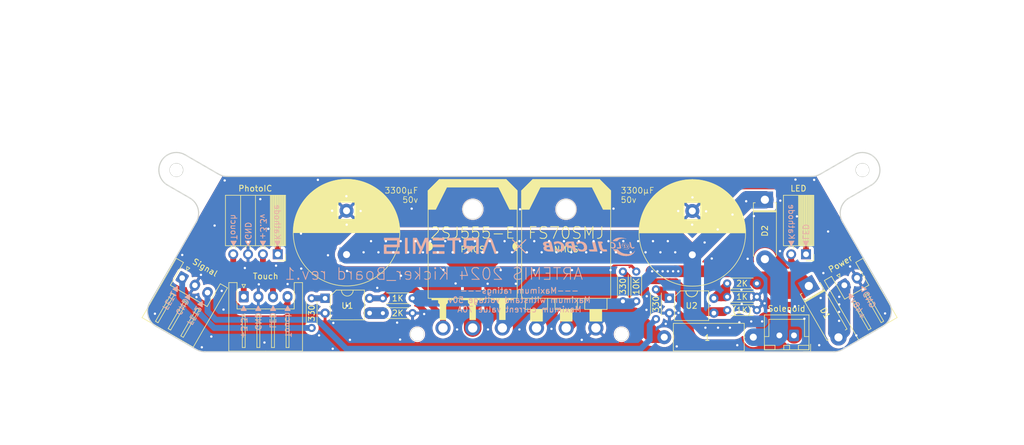
<source format=kicad_pcb>
(kicad_pcb (version 20221018) (generator pcbnew)
  (layers (0 "F.Cu" signal) (31 "B.Cu" signal) (34 "B.Paste" user) (35 "F.Paste" user) (36 "B.SilkS" user "B.Silkscreen") (37 "F.SilkS" user "F.Silkscreen") (38 "B.Mask" user) (39 "F.Mask" user) (44 "Edge.Cuts" user))
  (net 0 "")
  (net 1 "Solenoid+")
  (net 2 "GND")
  (net 3 "Solenoid-")
  (net 4 "+48V")
  (net 5 "FET1")
  (net 6 "FET2")
  (net 7 "Net-(Q1-G)")
  (net 8 "Net-(Q2-G)")
  (net 9 "Net-(R3-Pad2)")
  (net 10 "Net-(R5-Pad2)")
  (net 11 "+3.3V")
  (net 12 "LED")
  (net 13 "Touch")
  (net 14 "K")
  (net 15 "Net-(D1-A)")
  (net 16 "+15V")
  (net 17 "Net-(R4-Pad2)")
  (net 18 "Net-(R7-Pad1)")
  (net 19 "Net-(Q2-D)")
  (footprint "Connector_PinSocket_2.54mm:PinSocket_1x04_P2.54mm_Horizontal" (layer "F.Cu") (at 98.338 94.316 -90)
    (fp_text reference "PhotoIC")
    (fp_text value "Conn_01x04_Socket" hide)
  )
  (footprint "Connector_JST:JST_XH_S3B-XH-A_1x03_P2.50mm_Horizontal" (layer "F.Cu") (at 81.982937 98.378213 -30)
    (fp_text reference "Signal")
    (fp_text value "Conn_01x03_Socket" hide)
  )
  (footprint "_Others:FS70SMJ" (layer "F.Cu") (at 147.701 82.804)
    (fp_text reference "NMOS")
    (fp_text value "NMOS" hide)
    (fp_circle (center 0 3.81) (end -1.7 3.81) (stroke (width 0.12)) (fill none) (layer "Edge.Cuts"))
  )
  (footprint "Package_DIP:DIP-4_W7.62mm" (layer "F.Cu") (at 106.436 101.849)
    (fp_text reference "U1")
    (fp_text value "EL817" hide)
  )
  (footprint "MountingHole:MountingHole_2.2mm_M2" (layer "F.Cu") (at 122.2248 108.0008)
    (fp_text reference "REF**" hide)
    (fp_text value "MountingHole_2.2mm_M2" hide)
  )
  (footprint "MountingHole:MountingHole_3.2mm_M3" (layer "F.Cu") (at 131.7244 86.614)
    (fp_text reference "REF**" hide)
    (fp_text value "MountingHole_3.2mm_M3" hide)
  )
  (footprint "Resistor_THT:R_Axial_DIN0204_L3.6mm_D1.6mm_P5.08mm_Horizontal" (layer "F.Cu") (at 157.412 97.282 -90)
    (fp_text reference "330")
    (fp_text value "330" hide)
  )
  (footprint "Resistor_THT:R_Axial_DIN0204_L3.6mm_D1.6mm_P5.08mm_Horizontal" (layer "F.Cu") (at 180.34 103.886 180)
    (fp_text reference "(1K)")
    (fp_text value "1K" hide)
  )
  (footprint "Capacitor_THT:CP_Radial_D18.0mm_P7.50mm" (layer "F.Cu") (at 110.109 94.368 90)
    (fp_text reference "C2" hide)
    (fp_text value "C" hide)
  )
  (footprint "Resistor_THT:R_Axial_DIN0414_L11.9mm_D4.5mm_P15.24mm_Horizontal" (layer "F.Cu") (at 179.7304 108.5088 180)
    (fp_text reference "1")
    (fp_text value "1" hide)
  )
  (footprint "Resistor_THT:R_Axial_DIN0204_L3.6mm_D1.6mm_P5.08mm_Horizontal" (layer "F.Cu") (at 116.332 104.394)
    (fp_text reference "2K")
    (fp_text value "2K" hide)
  )
  (footprint "_Others:FS70SMJ" (layer "F.Cu") (at 131.699 82.804)
    (fp_text reference "PMOS")
    (fp_text value "PMOS" hide)
    (fp_circle (center 0 3.81) (end -1.7 3.81) (stroke (width 0.12)) (fill none) (layer "Edge.Cuts"))
  )
  (footprint "Resistor_THT:R_Axial_DIN0204_L3.6mm_D1.6mm_P5.08mm_Horizontal" (layer "F.Cu") (at 180.34 101.6 180)
    (fp_text reference "1K")
    (fp_text value "1K" hide)
  )
  (footprint "Package_DIP:DIP-4_W7.62mm" (layer "F.Cu") (at 165.364 101.849)
    (fp_text reference "U2")
    (fp_text value "EL817" hide)
  )
  (footprint "MountingHole:MountingHole_2.2mm_M2" (layer "F.Cu") (at 198.4248 79.9084)
    (fp_text reference "REF**" hide)
    (fp_text value "MountingHole_2.2mm_M2" hide)
  )
  (footprint "Capacitor_THT:CP_Radial_D18.0mm_P7.50mm" (layer "F.Cu") (at 169.291 94.40978 90)
    (fp_text reference "C1" hide)
    (fp_text value "C" hide)
  )
  (footprint "Resistor_THT:R_Axial_DIN0204_L3.6mm_D1.6mm_P5.08mm_Horizontal" (layer "F.Cu") (at 104.14 106.929 90)
    (fp_text reference "330")
    (fp_text value "330" hide)
  )
  (footprint "MountingHole:MountingHole_2.2mm_M2" (layer "F.Cu") (at 80.9752 79.9084)
    (fp_text reference "REF**" hide)
    (fp_text value "MountingHole_2.2mm_M2" hide)
  )
  (footprint "MountingHole:MountingHole_2.2mm_M2" (layer "F.Cu") (at 157.1752 108.0008)
    (fp_text reference "REF**" hide)
    (fp_text value "MountingHole_2.2mm_M2" hide)
  )
  (footprint "Resistor_THT:R_Axial_DIN0204_L3.6mm_D1.6mm_P5.08mm_Horizontal" (layer "F.Cu") (at 159.698 102.362 90)
    (fp_text reference "10K")
    (fp_text value "10K" hide)
  )
  (footprint "MountingHole:MountingHole_3.2mm_M3" (layer "F.Cu") (at 147.6756 86.614)
    (fp_text reference "REF**" hide)
    (fp_text value "MountingHole_3.2mm_M3" hide)
  )
  (footprint "Connector_JST:JST_XH_B2B-XH-A_1x02_P2.50mm_Vertical" (layer "F.Cu") (at 186.69 108.204 180)
    (fp_text reference "Solenoid")
    (fp_text value "Conn_01x02_Socket" hide)
  )
  (footprint "Diode_THT:D_5W_P10.16mm_Horizontal" (layer "F.Cu") (at 181.7116 84.9884 -90)
    (fp_text reference "D2")
    (fp_text value "D" hide)
  )
  (footprint "Resistor_THT:R_Axial_DIN0204_L3.6mm_D1.6mm_P5.08mm_Horizontal" (layer "F.Cu") (at 175.26 99.314)
    (fp_text reference "2K")
    (fp_text value "2K" hide)
  )
  (footprint "Diode_THT:D_5W_P10.16mm_Horizontal" (layer "F.Cu") (at 189.23 99.740591 -60)
    (fp_text reference "D1")
    (fp_text value "D" hide)
  )
  (footprint "Resistor_THT:R_Axial_DIN0204_L3.6mm_D1.6mm_P5.08mm_Horizontal" (layer "F.Cu") (at 163.068 105.41 90)
    (fp_text reference "330")
    (fp_text value "330" hide)
  )
  (footprint "Connector_PinSocket_2.54mm:PinSocket_1x02_P2.54mm_Horizontal" (layer "F.Cu") (at 188.752 94.316 -90)
    (fp_text reference "LED")
    (fp_text value "Conn_01x02_Socket" hide)
  )
  (footprint "Connector_JST:JST_XH_S2B-XH-A_1x02_P2.50mm_Horizontal" (layer "F.Cu") (at 195.312469 99.618213 30)
    (fp_text reference "Power")
    (fp_text value "Conn_01x02_Socket" hide)
  )
  (footprint "Resistor_THT:R_Axial_DIN0204_L3.6mm_D1.6mm_P5.08mm_Horizontal" (layer "F.Cu") (at 121.412 101.849 180)
    (fp_text reference "1K")
    (fp_text value "1K" hide)
  )
  (footprint "Connector_JST:JST_XH_S4B-XH-A_1x04_P2.50mm_Horizontal" (layer "F.Cu") (at 92.516 101.579)
    (fp_text reference "Touch")
    (fp_text value "Conn_01x04_Socket" hide)
  )
  (footprint "Artemis_Logo:Artemis_Logo" (layer "B.Cu") (at 127.5588 92.7608 180)
    (fp_text reference "G***" hide)
    (fp_text value "LOGO" hide)
  )
  (footprint "_Others:JLCPCB" (layer "B.Cu") (at 151.693034 93.086767 180)
    (fp_text reference "G***" hide)
    (fp_text value "LOGO" hide)
  )
  (gr_line (start 196.1049 84.694152) (end 199.908747 82.498) (stroke (width 0.2)) (layer "Edge.Cuts"))
  (gr_arc (start 195.037169 110.596077) (mid 194.313626 110.895778) (end 193.537169 110.998) (stroke (width 0.2)) (layer "Edge.Cuts"))
  (gr_circle (center 80.991253 79.899924) (end 79.891253 79.899924) (stroke (width 0.2)) (fill none) (layer "Edge.Cuts"))
  (gr_line (start 85.862831 110.998) (end 193.537169 110.998) (stroke (width 0.2)) (layer "Edge.Cuts"))
  (gr_circle (center 198.408747 79.899924) (end 197.308747 79.899924) (stroke (width 0.2)) (fill none) (layer "Edge.Cuts"))
  (gr_arc (start 83.295101 84.694152) (mid 84.692879 86.515772) (end 84.393177 88.792229) (stroke (width 0.2)) (layer "Edge.Cuts"))
  (gr_arc (start 85.862831 110.998) (mid 85.086371 110.895785) (end 84.362831 110.596077) (stroke (width 0.2)) (layer "Edge.Cuts"))
  (gr_arc (start 202.955753 102.560179) (mid 203.255454 104.836636) (end 201.857677 106.658255) (stroke (width 0.2)) (layer "Edge.Cuts"))
  (gr_arc (start 191.202976 80.596076) (mid 190.479433 80.895777) (end 189.702976 80.998) (stroke (width 0.2)) (layer "Edge.Cuts"))
  (gr_line (start 195.037169 110.596077) (end 201.857677 106.658255) (stroke (width 0.2)) (layer "Edge.Cuts"))
  (gr_arc (start 89.697024 80.998) (mid 88.920564 80.895783) (end 88.197024 80.596076) (stroke (width 0.2)) (layer "Edge.Cuts"))
  (gr_line (start 196.908747 77.301848) (end 191.202976 80.596076) (stroke (width 0.2)) (layer "Edge.Cuts"))
  (gr_line (start 189.702976 80.998) (end 89.697024 80.998) (stroke (width 0.2)) (layer "Edge.Cuts"))
  (gr_line (start 77.542323 106.658255) (end 84.362831 110.596077) (stroke (width 0.2)) (layer "Edge.Cuts"))
  (gr_arc (start 79.491253 82.498) (mid 78.393172 78.399919) (end 82.491253 77.301848) (stroke (width 0.2)) (layer "Edge.Cuts"))
  (gr_arc (start 77.542323 106.658255) (mid 76.144545 104.836636) (end 76.444247 102.560179) (stroke (width 0.2)) (layer "Edge.Cuts"))
  (gr_circle (center 157.2 107.998) (end 156.1 107.998) (stroke (width 0.2)) (fill none) (layer "Edge.Cuts"))
  (gr_arc (start 195.006823 88.792229) (mid 194.707122 86.515771) (end 196.1049 84.694152) (stroke (width 0.2)) (layer "Edge.Cuts"))
  (gr_line (start 88.197024 80.596076) (end 82.491253 77.301848) (stroke (width 0.2)) (layer "Edge.Cuts"))
  (gr_circle (center 122.2 107.998) (end 121.1 107.998) (stroke (width 0.2)) (fill none) (layer "Edge.Cuts"))
  (gr_line (start 202.955753 102.560179) (end 195.006823 88.792229) (stroke (width 0.2)) (layer "Edge.Cuts"))
  (gr_arc (start 196.908747 77.301848) (mid 201.006823 78.399924) (end 199.908747 82.498) (stroke (width 0.2)) (layer "Edge.Cuts"))
  (gr_line (start 79.491253 82.498) (end 83.295101 84.694152) (stroke (width 0.2)) (layer "Edge.Cuts"))
  (gr_line (start 84.393177 88.792229) (end 76.444247 102.560179) (stroke (width 0.2)) (layer "Edge.Cuts"))
  (gr_text "GND" (at 92.6592 91.948 270) (layer "B.SilkS") (effects (font (size 1 1)) (justify left bottom mirror)))
  (gr_text "LED" (at 96.8756 107.0864 -90) (layer "B.SilkS") (effects (font (size 1 1)) (justify left bottom mirror)))
  (gr_text "\n▶︎" (at 99.5172 104.2924 -90) (layer "B.SilkS") (effects (font (size 1 1)) (justify left bottom mirror)))
  (gr_text "Touch" (at 90.2208 91.8972 270) (layer "B.SilkS") (effects (font (size 1 1)) (justify left bottom mirror)))
  (gr_text "\n▶︎" (at 93.7768 91.7448 90) (layer "B.SilkS") (effects (font (size 1 1)) (justify left bottom mirror)))
  (gr_text "GND" (at 80.6704 104.394 -120) (layer "B.SilkS") (effects (font (size 1 1)) (justify left bottom mirror)))
  (gr_text "\n▶︎" (at 196.26909 102.2858 -60) (layer "B.SilkS") (effects (font (size 1 1)) (justify left bottom mirror)))
  (gr_text "FET1" (at 78.3844 103.4796 -120) (layer "B.SilkS") (effects (font (size 1 1)) (justify left bottom mirror)))
  (gr_text "\n▶︎" (at 84.4296 103.124 -120) (layer "B.SilkS") (effects (font (size 1 1)) (justify left bottom mirror)))
  (gr_text "+48v" (at 198.2216 105.7148 -60) (layer "B.SilkS") (effects (font (size 1 1)) (justify left bottom mirror)))
  (gr_text "ARTEMIS 2024 Kicker_Board rev.1" (at 150.7236 98.8568) (layer "B.SilkS") (effects (font (size 2 2)) (justify left bottom mirror)))
  (gr_text "\n▶︎" (at 82.2452 101.9048 -120) (layer "B.SilkS") (effects (font (size 1 1)) (justify left bottom mirror)))
  (gr_text "×" (at 142.24 94.996) (layer "B.SilkS") (effects (font (size 4 4) (thickness 0.18)) (justify left bottom mirror)))
  (gr_text "\n▶︎" (at 91.2876 91.7448 90) (layer "B.SilkS") (effects (font (size 1 1)) (justify left bottom mirror)))
  (gr_text "---Maximum ratings---\nMaximum withstand voltage 50v\nMaximum current value 70A" (at 139.7 104.3432) (layer "B.SilkS") (effects (font (size 1 1)) (justify bottom mirror)))
  (gr_text "+3.3v" (at 95.25 91.8972 270) (layer "B.SilkS") (effects (font (size 1 1)) (justify left bottom mirror)))
  (gr_text "FET2" (at 82.6008 106.0704 -120) (layer "B.SilkS") (effects (font (size 1 1)) (justify left bottom mirror)))
  (gr_text "Kathode" (at 185.674 91.8972 -90) (layer "B.SilkS") (effects (font (size 1 1)) (justify left bottom mirror)))
  (gr_text "\n▶︎" (at 198.4248 101.0412 -60) (layer "B.SilkS") (effects (font (size 1 1)) (justify left bottom mirror)))
  (gr_text "GND" (at 199.8472 103.7844 -60) (layer "B.SilkS") (effects (font (size 1 1)) (justify left bottom mirror)))
  (gr_text "\n▶︎" (at 186.7408 91.7448 90) (layer "B.SilkS") (effects (font (size 1 1)) (justify left bottom mirror)))
  (gr_text "Touch" (at 99.5172 108.6104 -90) (layer "B.SilkS") (effects (font (size 1 1)) (justify left bottom mirror)))
  (gr_text "\n▶︎" (at 189.23 91.7448 90) (layer "B.SilkS") (effects (font (size 1 1)) (justify left bottom mirror)))
  (gr_text "\n▶︎" (at 91.9988 104.2924 -90) (layer "B.SilkS") (effects (font (size 1 1)) (justify left bottom mirror)))
  (gr_text "+3.3v" (at 91.948 108.8644 -90) (layer "B.SilkS") (effects (font (size 1 1)) (justify left bottom mirror)))
  (gr_text "\n▶︎" (at 80.1624 100.5332 -120) (layer "B.SilkS") (effects (font (size 1 1)) (justify left bottom mirror)))
  (gr_text "\n▶︎" (at 97.028 104.2924 -90) (layer "B.SilkS") (effects (font (size 1 1)) (justify left bottom mirror)))
  (gr_text "LED" (at 188.1124 91.948 -90) (layer "B.SilkS") (effects (font (size 1 1)) (justify left bottom mirror)))
  (gr_text "\n▶︎" (at 94.488 104.2924 -90) (layer "B.SilkS") (effects (font (size 1 1)) (justify left bottom mirror)))
  (gr_text "\n▶︎" (at 98.806 91.7448 90) (layer "B.SilkS") (effects (font (size 1 1)) (justify left bottom mirror)))
  (gr_text "\n▶︎" (at 96.3168 91.7448 90) (layer "B.SilkS") (effects (font (size 1 1)) (justify left bottom mirror)))
  (gr_text "GND" (at 94.3864 107.442 -90) (layer "B.SilkS") (effects (font (size 1 1)) (justify left bottom mirror)))
  (gr_text "Kathode" (at 97.6884 91.948 270) (layer "B.SilkS") (effects (font (size 1 1)) (justify left bottom mirror)))
  (gr_text "3300μF\n50v" (at 156.972 85.598) (layer "F.SilkS") (effects (font (size 1 1) (thickness 0.12)) (justify left bottom)))
  (gr_text "3300μF\n50v" (at 122.428 85.598) (layer "F.SilkS") (effects (font (size 1 1) (thickness 0.12)) (justify right bottom)))
  (segment (start 146.939 91.694) (end 145.161 91.694) (width 3) (layer "F.Cu") (net 1))
  (segment (start 177.546 105.7656) (end 178.0032 105.7656) (width 2) (layer "F.Cu") (net 1))
  (segment (start 143.122 94.368) (end 145.662 94.368) (width 3) (layer "F.Cu") (net 1))
  (segment (start 177.3428 105.9688) (end 176.4226 106.889) (width 3) (layer "F.Cu") (net 1))
  (segment (start 162.941 91.694) (end 162.56 92.075) (width 3) (layer "F.Cu") (net 1))
  (segment (start 154.94 92.075) (end 154.559 91.694) (width 3) (layer "F.Cu") (net 1))
  (segment (start 131.699 91.694) (end 129.921 91.694) (width 3) (layer "F.Cu") (net 1))
  (segment (start 185.204823 105.604) (end 181.874692 105.604) (width 2.8) (layer "F.Cu") (net 1))
  (segment (start 125.342 94.368) (end 125.73 93.98) (width 3) (layer "F.Cu") (net 1))
  (segment (start 145.662 94.368) (end 148.202 94.368) (width 3) (layer "F.Cu") (net 1))
  (segment (start 158.362 94.368) (end 158.75 93.98) (width 3) (layer "F.Cu") (net 1))
  (segment (start 121.92 92.075) (end 121.539 91.694) (width 3) (layer "F.Cu") (net 1))
  (segment (start 141.859 91.694) (end 140.081 91.694) (width 3) (layer "F.Cu") (net 1))
  (segment (start 114.681 91.694) (end 114.3 92.075) (width 3) (layer "F.Cu") (net 1))
  (segment (start 126.619 91.694) (end 124.841 91.694) (width 3) (layer "F.Cu") (net 1))
  (segment (start 127.381 91.694) (end 127 92.075) (width 3) (layer "F.Cu") (net 1))
  (segment (start 157.099 91.694) (end 155.321 91.694) (width 3) (layer "F.Cu") (net 1))
  (segment (start 131.699 94.869) (end 130.81 93.98) (width 3) (layer "F.Cu") (net 1))
  (segment (start 116.84 92.075) (end 116.459 91.694) (width 3) (layer "F.Cu") (net 1))
  (segment (start 129.921 91.694) (end 129.54 92.075) (width 3) (layer "F.Cu") (net 1))
  (segment (start 123.19 93.98) (end 123.578 94.368) (width 3) (layer "F.Cu") (net 1))
  (segment (start 153.282 94.368) (end 155.822 94.368) (width 3) (layer "F.Cu") (net 1))
  (segment (start 116.459 91.694) (end 114.681 91.694) (width 3) (layer "F.Cu") (net 1))
  (segment (start 119.761 91.694) (end 119.38 92.075) (width 3) (layer "F.Cu") (net 1))
  (segment (start 155.822 94.368) (end 158.362 94.368) (width 3) (layer "F.Cu") (net 1))
  (segment (start 118.11 93.98) (end 118.498 94.368) (width 3) (layer "F.Cu") (net 1))
  (segment (start 127.882 94.368) (end 130.422 94.368) (width 3) (layer "F.Cu") (net 1))
  (segment (start 122.301 91.694) (end 121.92 92.075) (width 3) (layer "F.Cu") (net 1))
  (segment (start 166.624 91.694) (end 165.481 91.694) (width 3) (layer "F.Cu") (net 1))
  (segment (start 138.042 94.368) (end 140.582 94.368) (width 3) (layer "F.Cu") (net 1))
  (segment (start 110.109 94.368) (end 113.418 94.368) (width 3) (layer "F.Cu") (net 1))
  (segment (start 164.719 91.694) (end 162.941 91.694) (width 3) (layer "F.Cu") (net 1))
  (segment (start 165.1 92.075) (end 164.719 91.694) (width 3) (layer "F.Cu") (net 1))
  (segment (start 123.578 94.368) (end 125.342 94.368) (width 3) (layer "F.Cu") (net 1))
  (segment (start 139.7 92.075) (end 139.319 91.694) (width 3) (layer "F.Cu") (net 1))
  (segment (start 169.291 94.361) (end 166.624 91.694) (width 3) (layer "F.Cu") (net 1))
  (segment (start 121.539 91.694) (end 119.761 91.694) (width 3) (layer "F.Cu") (net 1))
  (segment (start 158.362 94.368) (end 160.902 94.368) (width 3) (layer "F.Cu") (net 1))
  (segment (start 145.161 91.694) (end 144.78 92.075) (width 3) (layer "F.Cu") (net 1))
  (segment (start 150.241 91.694) (end 149.86 92.075) (width 3) (layer "F.Cu") (net 1))
  (segment (start 154.559 91.694) (end 152.781 91.694) (width 3) (layer "F.Cu") (net 1))
  (segment (start 124.079 91.694) (end 122.301 91.694) (width 3) (layer "F.Cu") (net 1))
  (segment (start 137.541 91.694) (end 137.16 92.075) (width 3) (layer "F.Cu") (net 1))
  (segment (start 169.291 94.40978) (end 169.291 94.361) (width 3) (layer "F.Cu") (net 1))
  (segment (start 115.182 94.368) (end 118.498 94.368) (width 3) (layer "F.Cu") (net 1))
  (segment (start 157.48 92.075) (end 157.099 91.694) (width 3) (layer "F.Cu") (net 1))
  (segment (start 160.02 92.075) (end 159.639 91.694) (width 3) (layer "F.Cu") (net 1))
  (segment (start 135.502 94.368) (end 138.042 94.368) (width 3) (layer "F.Cu") (net 1))
  (segment (start 163.442 94.368) (end 165.982 94.368) (width 3) (layer "F.Cu") (net 1))
  (segment (start 181.7116 84.9884) (end 178.71238 84.9884) (width 3) (layer "F.Cu") (net 1))
  (segment (start 165.982 94.368) (end 169.24922 94.368) (width 3) (layer "F.Cu") (net 1))
  (segment (start 136.779 91.694) (end 135.001 91.694) (width 3) (layer "F.Cu") (net 1))
  (segment (start 131.699 98.171) (end 135.502 94.368) (width 3) (layer "F.Cu") (net 1))
  (segment (start 137.16 92.075) (end 136.779 91.694) (width 3) (layer "F.Cu") (net 1))
  (segment (start 144.78 92.075) (end 144.399 91.694) (width 3) (layer "F.Cu") (net 1))
  (segment (start 173.691 106.889) (end 171.532 106.889) (width 3) (layer "F.Cu") (net 1))
  (segment (start 140.582 94.368) (end 143.122 94.368) (width 3) (layer "F.Cu") (net 1))
  (segment (start 112.783 91.694) (end 110.109 94.368) (width 3) (layer "F.Cu") (net 1))
  (segment (start 152.4 92.075) (end 152.019 91.694) (width 3) (layer "F.Cu") (net 1))
  (segment (start 177.3428 105.9688) (end 177.546 105.7656) (width 2) (layer "F.Cu") (net 1))
  (segment (start 162.179 91.694) (end 160.401 91.694) (width 3) (layer "F.Cu") (net 1))
  (segment (start 181.874692 105.604) (end 181.356746 106.121946) (width 2.8) (layer "F.Cu") (net 1))
  (segment (start 134.239 91.694) (end 132.461 91.694) (width 3) (layer "F.Cu") (net 1))
  (segment (start 149.479 91.694) (end 147.701 91.694) (width 3) (layer "F.Cu") (net 1))
  (segment (start 128.27 94.8182) (end 128.27 93.98) (width 3) (layer "F.Cu") (net 1))
  (segment (start 142.621 91.694) (end 142.24 92.075) (width 3) (layer "F.Cu") (net 1))
  (segment (start 144.399 91.694) (end 142.621 91.694) (width 3) (layer "F.Cu") (net 1))
  (segment (start 139.319 91.694) (end 137.541 91.694) (width 3) (layer "F.Cu") (net 1))
  (segment (start 131.699 98.2472) (end 128.27 94.8182) (width 3) (layer "F.Cu") (net 1))
  (segment (start 138.042 94.368) (end 138.43 93.98) (width 3) (layer "F.Cu") (net 1))
  (segment (start 117.221 91.694) (end 116.84 92.075) (width 3) (layer "F.Cu") (net 1))
  (segment (start 178.0032 105.7656) (end 178.0464 105.8088) (width 2) (layer "F.Cu") (net 1))
  (segment (start 132.962 94.368) (end 133.35 93.98) (width 3) (layer "F.Cu") (net 1))
  (segment (start 143.122 94.368) (end 143.51 93.98) (width 3) (layer "F.Cu") (net 1))
  (segment (start 130.422 94.368) (end 130.81 93.98) (width 3) (layer "F.Cu") (net 1))
  (segment (start 115.182 94.368) (end 115.57 93.98) (width 3) (layer "F.Cu") (net 1))
  (segment (start 162.56 92.075) (end 162.179 91.694) (width 3) (layer "F.Cu") (net 1))
  (segment (start 113.418 94.368) (end 115.182 94.368) (width 3) (layer "F.Cu") (net 1))
  (segment (start 129.159 91.694) (end 127.381 91.694) (width 3) (layer "F.Cu") (net 1))
  (segment (start 147.701 91.694) (end 147.32 92.075) (width 3) (layer "F.Cu") (net 1))
  (segment (start 150.742 94.368) (end 151.13 93.98) (width 3) (layer "F.Cu") (net 1))
  (segment (start 132.08 92.075) (end 131.699 91.694) (width 3) (layer "F.Cu") (net 1))
  (segment (start 178.0464 105.8088) (end 181.243624 105.8088) (width 2) (layer "F.Cu") (net 1))
  (segment (start 132.461 91.694) (end 132.08 92.075) (width 3) (layer "F.Cu") (net 1))
  (segment (start 169.24922 94.368) (end 169.291 94.40978) (width 3) (layer "F.Cu") (net 1))
  (segment (start 135.001 91.694) (end 134.62 92.075) (width 3) (layer "F.Cu") (net 1))
  (segment (start 186.69 108.204) (end 186.69 107.089177) (width 2.8) (layer "F.Cu") (net 1))
  (segment (start 134.62 92.075) (end 134.239 91.694) (width 3) (layer "F.Cu") (net 1))
  (segment (start 127 92.075) (end 126.619 91.694) (width 3) (layer "F.Cu") (net 1))
  (segment (start 118.498 94.368) (end 120.262 94.368) (width 3) (layer "F.Cu") (net 1))
  (segment (start 165.481 91.694) (end 165.1 92.075) (width 3) (layer "F.Cu") (net 1))
  (segment (start 148.202 94.368) (end 150.742 94.368) (width 3) (layer "F.Cu") (net 1))
  (segment (start 152.019 91.694) (end 150.241 91.694) (width 3) (layer "F.Cu") (net 1))
  (segment (start 120.262 94.368) (end 123.578 94.368) (width 3) (layer "F.Cu") (net 1))
  (segment (start 131.699 98.2472) (end 131.699 94.869) (width 3) (layer "F.Cu") (net 1))
  (segment (start 140.081 91.694) (end 139.7 92.075) (width 3) (layer "F.Cu") (net 1))
  (segment (start 160.902 94.368) (end 163.442 94.368) (width 3) (layer "F.Cu") (net 1))
  (segment (start 135.502 94.368) (end 135.89 93.98) (width 3) (layer "F.Cu") (net 1))
  (segment (start 113.03 93.98) (end 113.418 94.368) (width 3) (layer "F.Cu") (net 1))
  (segment (start 155.321 91.694) (end 154.94 92.075) (width 3) (layer "F.Cu") (net 1))
  (segment (start 186.69 107.089177) (end 185.204823 105.604) (width 2.8) (layer "F.Cu") (net 1))
  (segment (start 178.71238 84.9884) (end 169.291 94.40978) (width 3) (layer "F.Cu") (net 1))
  (segment (start 160.902 94.368) (end 161.29 93.98) (width 3) (layer "F.Cu") (net 1))
  (segment (start 132.962 94.368) (end 135.502 94.368) (width 3) (layer "F.Cu") (net 1))
  (segment (start 124.841 91.694) (end 124.46 92.075) (width 3) (layer "F.Cu") (net 1))
  (segment (start 140.582 94.368) (end 140.97 93.98) (width 3) (layer "F.Cu") (net 1))
  (segment (start 166.624 91.694) (end 112.783 91.694) (width 3) (layer "F.Cu") (net 1))
  (segment (start 153.282 94.368) (end 153.67 93.98) (width 3) (layer "F.Cu") (net 1))
  (segment (start 119.38 92.075) (end 118.999 91.694) (width 3) (layer "F.Cu") (net 1))
  (segment (start 125.342 94.368) (end 127.882 94.368) (width 3) (layer "F.Cu") (net 1))
  (segment (start 148.202 94.368) (end 148.59 93.98) (width 3) (layer "F.Cu") (net 1))
  (segment (start 163.442 94.368) (end 163.83 93.98) (width 3) (layer "F.Cu") (net 1))
  (segment (start 157.861 91.694) (end 157.48 92.075) (width 3) (layer "F.Cu") (net 1))
  (segment (start 124.46 92.075) (end 124.079 91.694) (width 3) (layer "F.Cu") (net 1))
  (segment (start 142.24 92.075) (end 141.859 91.694) (width 3) (layer "F.Cu") (net 1))
  (segment (start 159.639 91.694) (end 157.861 91.694) (width 3) (layer "F.Cu") (net 1))
  (segment (start 155.822 94.368) (end 156.21 93.98) (width 3) (layer "F.Cu") (net 1))
  (segment (start 130.422 94.368) (end 132.962 94.368) (width 3) (layer "F.Cu") (net 1))
  (segment (start 175.723 106.889) (end 173.691 106.889) (width 3) (layer "F.Cu") (net 1))
  (segment (start 150.742 94.368) (end 153.282 94.368) (width 3) (layer "F.Cu") (net 1))
  (segment (start 176.4226 106.889) (end 175.723 106.889) (width 3) (layer "F.Cu") (net 1))
  (segment (start 127.882 94.368) (end 128.27 93.98) (width 3) (layer "F.Cu") (net 1))
  (segment (start 160.401 91.694) (end 160.02 92.075) (width 3) (layer "F.Cu") (net 1))
  (segment (start 152.781 91.694) (end 152.4 92.075) (width 3) (layer "F.Cu") (net 1))
  (segment (start 118.999 91.694) (end 117.221 91.694) (width 3) (layer "F.Cu") (net 1))
  (segment (start 131.699 106.934) (end 131.699 98.171) (width 3) (layer "F.Cu") (net 1))
  (segment (start 145.662 94.368) (end 146.05 93.98) (width 3) (layer "F.Cu") (net 1))
  (segment (start 129.54 92.075) (end 129.159 91.694) (width 3) (layer "F.Cu") (net 1))
  (segment (start 120.262 94.368) (end 120.65 93.98) (width 3) (layer "F.Cu") (net 1))
  (segment (start 165.982 94.368) (end 166.37 93.98) (width 3) (layer "F.Cu") (net 1))
  (segment (start 131.699 106.934) (end 131.699 98.2472) (width 3) (layer "F.Cu") (net 1))
  (segment (start 149.86 92.075) (end 149.479 91.694) (width 3) (layer "F.Cu") (net 1))
  (segment (start 147.32 92.075) (end 146.939 91.694) (width 3) (layer "F.Cu") (net 1))
  (via (at 178.5112 85.2424) (size 0.8) (drill 0.4) (layers "F.Cu" "B.Cu") (net 1))
  (via (at 156.21 93.98) (size 0.8) (drill 0.4) (layers "F.Cu" "B.Cu") (net 1))
  (via (at 114.3 92.075) (size 0.8) (drill 0.4) (layers "F.Cu" "B.Cu") (net 1))
  (via (at 144.78 92.075) (size 0.8) (drill 0.4) (layers "F.Cu" "B.Cu") (net 1))
  (via (at 125.73 93.98) (size 0.8) (drill 0.4) (layers "F.Cu" "B.Cu") (net 1))
  (via (at 133.35 93.98) (size 0.8) (drill 0.4) (layers "F.Cu" "B.Cu") (net 1))
  (via (at 138.43 93.98) (size 0.8) (drill 0.4) (layers "F.Cu" "B.Cu") (net 1))
  (via (at 176.17238 87.5284) (size 0.8) (drill 0.4) (layers "F.Cu" "B.Cu") (net 1))
  (via (at 137.16 92.075) (size 0.8) (drill 0.4) (layers "F.Cu" "B.Cu") (net 1))
  (via (at 163.83 93.98) (size 0.8) (drill 0.4) (layers "F.Cu" "B.Cu") (net 1))
  (via (at 120.65 93.98) (size 0.8) (drill 0.4) (layers "F.Cu" "B.Cu") (net 1))
  (via (at 127 92.075) (size 0.8) (drill 0.4) (layers "F.Cu" "B.Cu") (net 1))
  (via (at 157.48 92.075) (size 0.8) (drill 0.4) (layers "F.Cu" "B.Cu") (net 1))
  (via (at 148.59 93.98) (size 0.8) (drill 0.4) (layers "F.Cu" "B.Cu") (net 1))
  (via (at 119.38 92.075) (size 0.8) (drill 0.4) (layers "F.Cu" "B.Cu") (net 1))
  (via (at 132.08 92.075) (size 0.8) (drill 0.4) (layers "F.Cu" "B.Cu") (net 1))
  (via (at 173.691 106.889) (size 0.8) (drill 0.4) (layers "F.Cu" "B.Cu") (net 1))
  (via (at 113.03 93.98) (size 0.8) (drill 0.4) (layers "F.Cu" "B.Cu") (net 1))
  (via (at 154.94 92.075) (size 0.8) (drill 0.4) (layers "F.Cu" "B.Cu") (net 1))
  (via (at 123.19 93.98) (size 0.8) (drill 0.4) (layers "F.Cu" "B.Cu") (net 1))
  (via (at 130.81 93.98) (size 0.8) (drill 0.4) (layers "F.Cu" "B.Cu") (net 1))
  (via (at 149.86 92.075) (size 0.8) (drill 0.4) (layers "F.Cu" "B.Cu") (net 1))
  (via (at 175.723 106.889) (size 0.8) (drill 0.4) (layers "F.Cu" "B.Cu") (net 1))
  (via (at 146.05 93.98) (size 0.8) (drill 0.4) (layers "F.Cu" "B.Cu") (net 1))
  (via (at 152.4 92.075) (size 0.8) (drill 0.4) (layers "F.Cu" "B.Cu") (net 1))
  (via (at 129.54 92.075) (size 0.8) (drill 0.4) (layers "F.Cu" "B.Cu") (net 1))
  (via (at 161.29 93.98) (size 0.8) (drill 0.4) (layers "F.Cu" "B.Cu") (net 1))
  (via (at 162.56 92.075) (size 0.8) (drill 0.4) (layers "F.Cu" "B.Cu") (net 1))
  (via (at 179.3748 105.8164) (size 0.8) (drill 0.4) (layers "F.Cu" "B.Cu") (net 1))
  (via (at 153.67 93.98) (size 0.8) (drill 0.4) (layers "F.Cu" "B.Cu") (net 1))
  (via (at 121.92 92.075) (size 0.8) (drill 0.4) (layers "F.Cu" "B.Cu") (net 1))
  (via (at 181.243624 105.8088) (size 0.8) (drill 0.4) (layers "F.Cu" "B.Cu") (net 1))
  (via (at 116.84 92.075) (size 0.8) (drill 0.4) (layers "F.Cu" "B.Cu") (net 1))
  (via (at 134.62 92.075) (size 0.8) (drill 0.4) (layers "F.Cu" "B.Cu") (net 1))
  (via (at 124.46 92.075) (size 0.8) (drill 0.4) (layers "F.Cu" "B.Cu") (net 1))
  (via (at 142.24 92.075) (size 0.8) (drill 0.4) (layers "F.Cu" "B.Cu") (net 1))
  (via (at 166.37 93.98) (size 0.8) (drill 0.4) (layers "F.Cu" "B.Cu") (net 1))
  (via (at 151.13 93.98) (size 0.8) (drill 0.4) (layers "F.Cu" "B.Cu") (net 1))
  (via (at 143.51 93.98) (size 0.8) (drill 0.4) (layers "F.Cu" "B.Cu") (net 1))
  (via (at 177.3428 105.9688) (size 0.8) (drill 0.4) (layers "F.Cu" "B.Cu") (net 1))
  (via (at 128.27 93.98) (size 0.8) (drill 0.4) (layers "F.Cu" "B.Cu") (net 1))
  (via (at 115.57 93.98) (size 0.8) (drill 0.4) (layers "F.Cu" "B.Cu") (net 1))
  (via (at 140.97 93.98) (size 0.8) (drill 0.4) (layers "F.Cu" "B.Cu") (net 1))
  (via (at 171.532 106.889) (size 0.8) (drill 0.4) (layers "F.Cu" "B.Cu") (net 1))
  (via (at 118.11 93.98) (size 0.8) (drill 0.4) (layers "F.Cu" "B.Cu") (net 1))
  (via (at 135.89 93.98) (size 0.8) (drill 0.4) (layers "F.Cu" "B.Cu") (net 1))
  (via (at 160.02 92.075) (size 0.8) (drill 0.4) (layers "F.Cu" "B.Cu") (net 1))
  (via (at 171.3992 92.30158) (size 0.8) (drill 0.4) (layers "F.Cu" "B.Cu") (net 1))
  (via (at 165.1 92.075) (size 0.8) (drill 0.4) (layers "F.Cu" "B.Cu") (net 1))
  (via (at 147.32 92.075) (size 0.8) (drill 0.4) (layers "F.Cu" "B.Cu") (net 1))
  (via (at 173.6344 90.06638) (size 0.8) (drill 0.4) (layers "F.Cu" "B.Cu") (net 1))
  (via (at 139.7 92.075) (size 0.8) (drill 0.4) (layers "F.Cu" "B.Cu") (net 1))
  (via (at 158.75 93.98) (size 0.8) (drill 0.4) (layers "F.Cu" "B.Cu") (net 1))
  (segment (start 166.57522 91.694) (end 169.291 94.40978) (width 3) (layer "B.Cu") (net 1))
  (segment (start 176.4226 106.889) (end 171.532 106.889) (width 3) (layer "B.Cu") (net 1))
  (segment (start 169.291 94.40978) (end 110.15078 94.40978) (width 3) (layer "B.Cu") (net 1))
  (segment (start 173.6344 90.06638) (end 171.3992 92.30158) (width 3) (layer "B.Cu") (net 1))
  (segment (start 179.3672 105.8088) (end 179.3748 105.8164) (width 2) (layer "B.Cu") (net 1))
  (segment (start 169.291 94.40978) (end 169.291 104.648) (width 3) (layer "B.Cu") (net 1))
  (segment (start 176.17238 87.5284) (end 173.6344 90.06638) (width 3) (layer "B.Cu") (net 1))
  (segment (start 110.15078 94.40978) (end 110.109 94.368) (width 3) (layer "B.Cu") (net 1))
  (segment (start 169.291 104.648) (end 171.532 106.889) (width 3) (layer "B.Cu") (net 1))
  (segment (start 110.109 94.368) (end 112.783 91.694) (width 3) (layer "B.Cu") (net 1))
  (segment (start 176.17238 87.5284) (end 178.45838 85.2424) (width 3) (layer "B.Cu") (net 1))
  (segment (start 178.5112 85.18958) (end 178.5112 85.2424) (width 3) (layer "B.Cu") (net 1))
  (segment (start 178.45838 85.2424) (end 178.5112 85.2424) (width 3) (layer "B.Cu") (net 1))
  (segment (start 179.3748 105.8164) (end 179.3824 105.8088) (width 2) (layer "B.Cu") (net 1))
  (segment (start 177.3428 105.9688) (end 176.4226 106.889) (width 3) (layer "B.Cu") (net 1))
  (segment (start 178.71238 84.9884) (end 178.5112 85.18958) (width 3) (layer "B.Cu") (net 1))
  (segment (start 179.3824 105.8088) (end 181.243624 105.8088) (width 2) (layer "B.Cu") (net 1))
  (segment (start 171.3992 92.30158) (end 169.291 94.40978) (width 3) (layer "B.Cu") (net 1))
  (segment (start 177.3428 105.9688) (end 177.5028 105.8088) (width 2) (layer "B.Cu") (net 1))
  (segment (start 181.7116 84.9884) (end 178.71238 84.9884) (width 3) (layer "B.Cu") (net 1))
  (segment (start 112.783 91.694) (end 166.57522 91.694) (width 3) (layer "B.Cu") (net 1))
  (segment (start 177.5028 105.8088) (end 179.3672 105.8088) (width 2) (layer "B.Cu") (net 1))
  (segment (start 159.698 97.282) (end 159.698 96.96) (width 0.25) (layer "F.Cu") (net 2))
  (segment (start 159.698 97.282) (end 158.609 96.193) (width 0.25) (layer "F.Cu") (net 2))
  (segment (start 158.931 96.193) (end 158.2928 96.193) (width 0.25) (layer "F.Cu") (net 2))
  (segment (start 158.2928 96.193) (end 156.1306 96.193) (width 0.25) (layer "F.Cu") (net 2))
  (segment (start 159.698 96.96) (end 158.931 96.193) (width 0.25) (layer "F.Cu") (net 2))
  (segment (start 155.2956 96.7232) (end 155.2956 97.028) (width 0.25) (layer "F.Cu") (net 2))
  (segment (start 155.8258 96.193) (end 155.2956 96.7232) (width 0.25) (layer "F.Cu") (net 2))
  (segment (start 158.609 96.193) (end 158.2928 96.193) (width 0.25) (layer "F.Cu") (net 2))
  (segment (start 156.1306 96.193) (end 155.2956 97.028) (width 0.25) (layer "F.Cu") (net 2))
  (segment (start 158.609 96.193) (end 155.8258 96.193) (width 0.25) (layer "F.Cu") (net 2))
  (via (at 155.2956 97.028) (size 0.8) (drill 0.4) (layers "F.Cu" "B.Cu") (net 2))
  (via (at 188.468 105.3592) (size 0.8) (drill 0.4) (layers "F.Cu" "B.Cu") (net 2))
  (via (at 119.2784 108.9152) (size 0.8) (drill 0.4) (layers "F.Cu" "B.Cu") (net 2))
  (via (at 164.7444 106.2228) (size 0.8) (drill 0.4) (layers "F.Cu" "B.Cu") (net 2))
  (via (at 110.1852 97.1804) (size 0.8) (drill 0.4) (layers "F.Cu" "B.Cu") (net 2))
  (via (at 96.0628 109.4232) (size 0.8) (drill 0.4) (layers "F.Cu" "B.Cu") (net 2))
  (via (at 150.368 108.966) (size 0.8) (drill 0.4) (layers "F.Cu" "B.Cu") (net 2))
  (via (at 187.198 87.8332) (size 0.8) (drill 0.4) (layers "F.Cu" "B.Cu") (net 2))
  (via (at 171.6532 86.9696) (size 0.8) (drill 0.4) (layers "F.Cu" "B.Cu") (net 2))
  (via (at 105.2068 81.5848) (size 0.8) (drill 0.4) (layers "F.Cu" "B.Cu") (net 2))
  (via (at 142.1892 97.028) (size 0.8) (drill 0.4) (layers "F.Cu" "B.Cu") (net 2))
  (via (at 110.0836 84.3788) (size 0.8) (drill 0.4) (layers "F.Cu" "B.Cu") (net 2))
  (via (at 84.4296 101.6508) (size 0.8) (drill 0.4) (layers "F.Cu" "B.Cu") (net 2))
  (via (at 186.944 81.534) (size 0.8) (drill 0.4) (layers "F.Cu" "B.Cu") (net 2))
  (via (at 115.3668 100.076) (size 0.8) (drill 0.4) (layers "F.Cu" "B.Cu") (net 2))
  (via (at 85.1916 97.8408) (size 0.8) (drill 0.4) (layers "F.Cu" "B.Cu") (net 2))
  (via (at 178.7652 95.0976) (size 0.8) (drill 0.4) (layers "F.Cu" "B.Cu") (net 2))
  (via (at 89.2556 81.6864) (size 0.8) (drill 0.4) (layers "F.Cu" "B.Cu") (net 2))
  (via (at 107.6452 86.868) (size 0.8) (drill 0.4) (layers "F.Cu" "B.Cu") (net 2))
  (via (at 118.7704 106.0196) (size 0.8) (drill 0.4) (layers "F.Cu" "B.Cu") (net 2))
  (via (at 128.778 99.314) (size 0.8) (drill 0.4) (layers "F.Cu" "B.Cu") (net 2))
  (via (at 172.6184 95.0468) (size 0.8) (drill 0.4) (layers "F.Cu" "B.Cu") (net 2))
  (via (at 107.7468 110.49) (size 0.8) (drill 0.4) (layers "F.Cu" "B.Cu") (net 2))
  (via (at 81.9912 94.4372) (size 0.8) (drill 0.4) (layers "F.Cu" "B.Cu") (net 2))
  (via (at 96.7232 89.9668) (size 0.8) (drill 0.4) (layers "F.Cu" "B.Cu") (net 2))
  (via (at 177.7492 102.8192) (size 0.8) (drill 0.4) (layers "F.Cu" "B.Cu") (net 2))
  (via (at 161.4424 103.8352) (size 0.8) (drill 0.4) (layers "F.Cu" "B.Cu") (net 2))
  (via (at 184.3532 85.1408) (size 0.8) (drill 0.4) (layers "F.Cu" "B.Cu") (net 2))
  (via (at 139.0904 99.3648) (size 0.8) (drill 0.4) (layers "F.Cu" "B.Cu") (net 2))
  (via (at 121.2596 86.5124) (size 0.8) (drill 0.4) (layers "F.Cu" "B.Cu") (net 2))
  (via (at 123.3932 104.5464) (size 0.8) (drill 0.4) (layers "F.Cu" "B.Cu") (net 2))
  (via (at 88.7476 100.584) (size 0.8) (drill 0.4) (layers "F.Cu" "B.Cu") (net 2))
  (via (at 92.71 96.6724) (size 0.8) (drill 0.4) (layers "F.Cu" "B.Cu") (net 2))
  (via (at 102.3112 90.7796) (size 0.8) (drill 0.4) (layers "F.Cu" "B.Cu") (net 2))
  (via (at 177.6984 100.3808) (size 0.8) (drill 0.4) (layers "F.Cu" "B.Cu") (net 2))
  (via (at 129.032 107.188) (size 0.8) (drill 0.4) (layers "F.Cu" "B.Cu") (net 2))
  (via (at 166.878 86.9188) (size 0.8) (drill 0.4) (layers "F.Cu" "B.Cu") (net 2))
  (via (at 191.262 101.8032) (size 0.8) (drill 0.4) (layers "F.Cu" "B.Cu") (net 2))
  (via (at 169.3164 84.582) (size 0.8) (drill 0.4) (layers "F.Cu" "B.Cu") (net 2))
  (via (at 184.3024 93.7768) (size 0.8) (drill 0.4) (layers "F.Cu" "B.Cu") (net 2))
  (via (at 119.4308 97.9932) (size 0.8) (drill 0.4) (layers "F.Cu" "B.Cu") (net 2))
  (via (at 166.624 110.0836) (size 0.8) (drill 0.4) (layers "F.Cu" "B.Cu") (net 2))
  (via (at 112.522 86.9188) (size 0.8) (drill 0.4) (layers "F.Cu" "B.Cu") (net 2))
  (via (at 134.3152 107.188) (size 0.8) (drill 0.4) (layers "F.Cu" "B.Cu") (net 2))
  (via (at 202.2856 104.4448) (size 0.8) (drill 0.4) (layers "F.Cu" "B.Cu") (net 2))
  (via (at 192.532 90.424) (size 0.8) (drill 0.4) (layers "F.Cu" "B.Cu") (net 2))
  (via (at 102.362 96.774) (size 0.8) (drill 0.4) (layers "F.Cu" "B.Cu") (net 2))
  (via (at 148.6916 97.028) (size 0.8) (drill 0.4) (layers "F.Cu" "B.Cu") (net 2))
  (via (at 86.9696 108.4072) (size 0.8) (drill 0.4) (layers "F.Cu" "B.Cu") (net 2))
  (via (at 176.9872 109.8804) (size 0.8) (drill 0.4) (layers "F.Cu" "B.Cu") (net 2))
  (via (at 145.1864 107.0864) (size 0.8) (drill 0.4) (layers "F.Cu" "B.Cu") (net 2))
  (via (at 100.0252 99.4156) (size 0.8) (drill 0.4) (layers "F.Cu" "B.Cu") (net 2))
  (via (at 110.236 103.124) (size 0.8) (drill 0.4) (layers "F.Cu" "B.Cu") (net 2))
  (via (at 196.2912 96.4184) (size 0.8) (drill 0.4) (layers "F.Cu" "B.Cu") (net 2))
  (via (at 191.7192 97.536) (size 0.8) (drill 0.4) (layers "F.Cu" "B.Cu") (net 2))
  (via (at 87.5284 89.408) (size 0.8) (drill 0.4) (layers "F.Cu" "B.Cu") (net 2))
  (via (at 179.832 87.7824) (size 0.8) (drill 0.4) (layers "F.Cu" "B.Cu") (net 2))
  (via (at 166.9288 104.3432) (size 0.8) (drill 0.4) (layers "F.Cu" "B.Cu") (net 2))
  (via (at 161.4932 101.4984) (size 0.8) (drill 0.4) (layers "F.Cu" "B.Cu") (net 2))
  (via (at 95.3516 84.8868) (size 0.8) (drill 0.4) (layers "F.Cu" "B.Cu") (net 2))
  (via (at 198.5264 100.33) (size 0.8) (drill 0.4) (layers "F.Cu" "B.Cu") (net 2))
  (via (at 110.6932 108.966) (size 0.8) (drill 0.4) (layers "F.Cu" "B.Cu") (net 2))
  (via (at 139.8016 86.614) (size 0.8) (drill 0.4) (layers "F.Cu" "B.Cu") (net 2))
  (via (at 197.358 108.204) (size 0.8) (drill 0.4) (layers "F.Cu" "B.Cu") (net 2))
  (via (at 139.7 107.188) (size 0.8) (drill 0.4) (layers "F.Cu" "B.Cu") (net 2))
  (via (at 190.1444 81.5848) (size 0.8) (drill 0.4) (layers "F.Cu" "B.Cu") (net 2))
  (via (at 134.2644 99.3648) (size 0.8) (drill 0.4) (layers "F.Cu" "B.Cu") (net 2))
  (via (at 126.6952 96.9772) (size 0.8) (drill 0.4) (layers "F.Cu" "B.Cu") (net 2))
  (via (at 105.41 108.204) (size 0.8) (drill 0.4) (layers "F.Cu" "B.Cu") (net 2))
  (via (at 77.3176 104.4956) (size 0.8) (drill 0.4) (layers "F.Cu" "B.Cu") (net 2))
  (via (at 110.1344 89.2556) (size 0.8) (drill 0.4) (layers "F.Cu" "B.Cu") (net 2))
  (via (at 181.6608 102.7176) (size 0.8) (drill 0.4) (layers "F.Cu" "B.Cu") (net 2))
  (via (at 163.7792 103.378) (size 0.8) (drill 0.4) (layers "F.Cu" "B.Cu") (net 2))
  (via (at 186.8424 103.2256) (size 0.8) (drill 0.4) (layers "F.Cu" "B.Cu") (net 2))
  (via (at 95.0976 99.4664) (size 0.8) (drill 0.4) (layers "F.Cu" "B.Cu") (net 2))
  (via (at 98.044 96.266) (size 0.8) (drill 0.4) (layers "F.Cu" "B.Cu") (net 2))
  (via (at 136.4996 97.028) (size 0.8) (drill 0.4) (layers "F.Cu" "B.Cu") (net 2))
  (via (at 93.2688 92.202) (size 0.8) (drill 0.4) (layers "F.Cu" "B.Cu") (net 2))
  (via (at 85.344 110.236) (size 0.8) (drill 0.4) (layers "F.Cu" "B.Cu") (net 2))
  (via (at 169.2656 89.2556) (size 0.8) (drill 0.4) (layers "F.Cu" "B.Cu") (net 2))
  (via (at 155.8036 86.5124) (size 0.8) (drill 0.4) (layers "F.Cu" "B.Cu") (net 2))
  (via (at 191.008 109.8804) (size 0.8) (drill 0.4) (layers "F.Cu" "B.Cu") (net 2))
  (via (at 106.934 94.488) (size 0.8) (drill 0.4) (layers "F.Cu" "B.Cu") (net 2))
  (via (at 107.8484 106.0704) (size 0.8) (drill 0.4) (layers "F.Cu" "B.Cu") (net 2))
  (via (at 89.0524 103.7844) (size 0.8) (drill 0.4) (layers "F.Cu" "B.Cu") (net 2))
  (segment (start 179.7304 108.5088) (end 182.362 108.5088) (width 3) (layer "B.Cu") (net 3))
  (segment (start 182.362 108.5088) (end 184.14 106.7308) (width 3) (layer "B.Cu") (net 3))
  (segment (start 181.7116 95.1484) (end 184.14 97.5768) (width 3) (layer "B.Cu") (net 3))
  (segment (start 184.14 97.5768) (end 184.14 106.7308) (width 3) (layer "B.Cu") (net 3))
  (segment (start 183.8352 108.5088) (end 184.14 108.204) (width 3) (layer "B.Cu") (net 3))
  (segment (start 183.8852 108.5088) (end 184.19 108.204) (width 2) (layer "B.Cu") (net 3))
  (segment (start 184.14 106.7308) (end 184.14 108.204) (width 3) (layer "B.Cu") (net 3))
  (segment (start 179.7304 108.5088) (end 183.8352 108.5088) (width 3) (layer "B.Cu") (net 3))
  (segment (start 188.803409 99.314) (end 189.23 99.740591) (width 2) (layer "F.Cu") (net 4))
  (segment (start 180.34 99.314) (end 178.308 97.282) (width 2) (layer "F.Cu") (net 4))
  (segment (start 166.37 97.23) (end 178.308 97.23) (width 2) (layer "F.Cu") (net 4))
  (segment (start 180.6448 98.298) (end 179.5768 97.23) (width 2) (layer "F.Cu") (net 4))
  (segment (start 189.23 99.740591) (end 188.005591 100.965) (width 2) (layer "F.Cu") (net 4))
  (segment (start 186.69 98.298) (end 180.6448 98.298) (width 2) (layer "F.Cu") (net 4))
  (segment (start 178.308 97.282) (end 178.308 97.23) (width 2) (layer "F.Cu") (net 4))
  (segment (start 187.787409 98.298) (end 186.69 98.298) (width 2) (layer "F.Cu") (net 4))
  (segment (start 180.34 99.314) (end 181.356 98.298) (width 2) (layer "F.Cu") (net 4))
  (segment (start 162.306 97.23) (end 162.420497 97.23) (width 2) (layer "F.Cu") (net 4))
  (segment (start 188.005591 100.965) (end 183.6166 100.965) (width 2) (layer "F.Cu") (net 4))
  (segment (start 189.23 99.740591) (end 187.787409 98.298) (width 2) (layer "F.Cu") (net 4))
  (segment (start 183.6166 100.965) (end 181.9656 99.314) (width 2) (layer "F.Cu") (net 4))
  (segment (start 179.5768 97.23) (end 178.308 97.23) (width 2) (layer "F.Cu") (net 4))
  (segment (start 181.356 98.298) (end 186.69 98.298) (width 2) (layer "F.Cu") (net 4))
  (segment (start 180.34 99.314) (end 181.9656 99.314) (width 2) (layer "F.Cu") (net 4))
  (segment (start 166.295 97.23) (end 162.420497 97.23) (width 2) (layer "F.Cu") (net 4))
  (segment (start 181.9656 99.314) (end 188.803409 99.314) (width 2) (layer "F.Cu") (net 4))
  (segment (start 166.295 97.23) (end 166.37 97.23) (width 2) (layer "F.Cu") (net 4))
  (via (at 165.1 97.2312) (size 0.8) (drill 0.4) (layers "F.Cu" "B.Cu") (net 4))
  (via (at 166.890503 97.2312) (size 0.8) (drill 0.4) (layers "F.Cu" "B.Cu") (net 4))
  (via (at 164.211 97.23) (size 0.8) (drill 0.4) (layers "F.Cu" "B.Cu") (net 4))
  (via (at 166.001503 97.2312) (size 0.8) (drill 0.4) (layers "F.Cu" "B.Cu") (net 4))
  (via (at 163.322 97.23) (size 0.8) (drill 0.4) (layers "F.Cu" "B.Cu") (net 4))
  (via (at 162.420497 97.23) (size 0.8) (drill 0.4) (layers "F.Cu" "B.Cu") (net 4))
  (segment (start 136.779 104.013) (end 135.5344 102.7684) (width 2) (layer "B.Cu") (net 4))
  (segment (start 140.0048 101.4476) (end 141.3256 100.1268) (width 1) (layer "B.Cu") (net 4))
  (segment (start 141.3256 100.1268) (end 142.2704 99.182) (width 2) (layer "B.Cu") (net 4))
  (segment (start 142.2704 99.182) (end 160.7008 99.182) (width 2) (layer "B.Cu") (net 4))
  (segment (start 138.7221 102.7303) (end 141.3256 100.1268) (width 2) (layer "B.Cu") (net 4))
  (segment (start 136.779 104.6734) (end 138.7221 102.7303) (width 2) (layer "B.Cu") (net 4))
  (segment (start 139.4968 100.9396) (end 140.0048 101.4476) (width 1) (layer "B.Cu") (net 4))
  (segment (start 166.591 97.23) (end 166.591 97.2312) (width 2) (layer "B.Cu") (net 4))
  (segment (start 160.7008 99.182) (end 160.8074 99.2886) (width 2) (layer "B.Cu") (net 4))
  (segment (start 162.420497 97.675503) (end 162.420497 97.23) (width 2) (layer "B.Cu") (net 4))
  (segment (start 121.412 101.849) (end 139.6034 101.849) (width 1) (layer "B.Cu") (net 4))
  (segment (start 143.3322 100.3808) (end 159.7152 100.3808) (width 2) (layer "B.Cu") (net 4))
  (segment (start 122.3314 102.7684) (end 135.5344 102.7684) (width 1) (layer "B.Cu") (net 4))
  (segment (start 136.779 106.934) (end 136.779 104.013) (width 2) (layer "B.Cu") (net 4))
  (segment (start 136.779 106.934) (end 136.779 104.6734) (width 2) (layer "B.Cu") (net 4))
  (segment (start 136.779 106.934) (end 143.3322 100.3808) (width 2) (layer "B.Cu") (net 4))
  (segment (start 138.684 102.7684) (end 138.7221 102.7303) (width 1) (layer "B.Cu") (net 4))
  (segment (start 122.3214 100.9396) (end 139.4968 100.9396) (width 1) (layer "B.Cu") (net 4))
  (segment (start 162.420497 97.23) (end 166.591 97.23) (width 2) (layer "B.Cu") (net 4))
  (segment (start 135.5344 102.7684) (end 138.684 102.7684) (width 1) (layer "B.Cu") (net 4))
  (segment (start 159.7152 100.3808) (end 160.8074 99.2886) (width 2) (layer "B.Cu") (net 4))
  (segment (start 160.8074 99.2886) (end 162.420497 97.675503) (width 2) (layer "B.Cu") (net 4))
  (segment (start 139.6034 101.849) (end 140.0048 101.4476) (width 1) (layer "B.Cu") (net 4))
  (segment (start 121.412 101.849) (end 122.3214 100.9396) (width 1) (layer "B.Cu") (net 4))
  (segment (start 121.412 101.849) (end 122.3314 102.7684) (width 1) (layer "B.Cu") (net 4))
  (segment (start 87.451944 106.929) (end 81.982937 101.459993) (width 1) (layer "B.Cu") (net 5))
  (segment (start 81.982937 101.459993) (end 81.982937 98.378213) (width 1) (layer "B.Cu") (net 5))
  (segment (start 104.14 106.929) (end 87.451944 106.929) (width 1) (layer "B.Cu") (net 5))
  (segment (start 163.068 105.41) (end 162.0012 106.4768) (width 1) (layer "B.Cu") (net 6))
  (segment (start 87.749 105.529) (end 86.313064 104.093064) (width 1) (layer "B.Cu") (net 6))
  (segment (start 86.313064 104.093064) (end 86.313064 100.878213) (width 1) (layer "B.Cu") (net 6))
  (segment (start 105.098139 105.529) (end 87.749 105.529) (width 1) (layer "B.Cu") (net 6))
  (segment (start 110.067139 110.498) (end 105.098139 105.529) (width 1) (layer "B.Cu") (net 6))
  (segment (start 160.4692 110.498) (end 110.067139 110.498) (width 1) (layer "B.Cu") (net 6))
  (segment (start 162.0012 106.4768) (end 162.0012 108.966) (width 1) (layer "B.Cu") (net 6))
  (segment (start 162.0012 108.966) (end 160.4692 110.498) (width 1) (layer "B.Cu") (net 6))
  (segment (start 117.732 100.449) (end 116.332 101.849) (width 1) (layer "F.Cu") (net 7))
  (segment (start 121.991899 100.449) (end 117.732 100.449) (width 1) (layer "F.Cu") (net 7))
  (segment (start 116.332 101.849) (end 114.056 101.849) (width 1) (layer "F.Cu") (net 7))
  (segment (start 126.619 106.934) (end 126.619 105.076101) (width 1) (layer "F.Cu") (net 7))
  (segment (start 126.619 105.076101) (end 121.991899 100.449) (width 1) (layer "F.Cu") (net 7))
  (segment (start 114.056 101.849) (end 116.332 101.849) (width 1) (layer "B.Cu") (net 7))
  (segment (start 157.412 102.362) (end 147.193 102.362) (width 1) (layer "B.Cu") (net 8))
  (segment (start 147.193 102.362) (end 146.0246 103.5304) (width 1) (layer "B.Cu") (net 8))
  (segment (start 146.0246 103.5304) (end 142.621 106.934) (width 1) (layer "B.Cu") (net 8))
  (segment (start 145.9738 102.362) (end 147.193 102.362) (width 1) (layer "B.Cu") (net 8))
  (segment (start 142.621 106.934) (end 142.621 105.7148) (width 1) (layer "B.Cu") (net 8))
  (segment (start 159.698 102.362) (end 158.8598 103.2002) (width 1) (layer "B.Cu") (net 8))
  (segment (start 142.621 106.934) (end 142.621 104.3686) (width 1) (layer "B.Cu") (net 8))
  (segment (start 146.3548 103.2002) (end 146.0246 103.5304) (width 1) (layer "B.Cu") (net 8))
  (segment (start 142.621 104.3686) (end 144.6276 102.362) (width 1) (layer "B.Cu") (net 8))
  (segment (start 159.698 102.362) (end 157.412 102.362) (width 1) (layer "B.Cu") (net 8))
  (segment (start 142.621 105.7148) (end 145.9738 102.362) (width 1) (layer "B.Cu") (net 8))
  (segment (start 158.8598 103.2002) (end 146.3548 103.2002) (width 1) (layer "B.Cu") (net 8))
  (segment (start 144.6276 102.362) (end 145.9738 102.362) (width 1) (layer "B.Cu") (net 8))
  (segment (start 104.14 101.849) (end 106.436 101.849) (width 1) (layer "F.Cu") (net 9))
  (segment (start 104.14 101.849) (end 106.436 101.849) (width 1) (layer "B.Cu") (net 9))
  (segment (start 165.4302 98.93) (end 166.494 98.93) (width 1) (layer "F.Cu") (net 10))
  (segment (start 166.494 98.93) (end 167.64 100.076) (width 1) (layer "F.Cu") (net 10))
  (segment (start 166.878 102.108) (end 167.64 102.87) (width 1) (layer "F.Cu") (net 10))
  (segment (start 159.06 98.93) (end 165.4302 98.93) (width 1) (layer "F.Cu") (net 10))
  (segment (start 166.878 100.3808) (end 167.64 101.1428) (width 1) (layer "F.Cu") (net 10))
  (segment (start 174.757 104.389) (end 175.26 103.886) (width 1) (layer "F.Cu") (net 10))
  (segment (start 175.26 103.886) (end 169.4688 103.886) (width 1) (layer "F.Cu") (net 10))
  (segment (start 165.4302 98.93) (end 166.878 100.3778) (width 1) (layer "F.Cu") (net 10))
  (segment (start 157.412 97.282) (end 159.06 98.93) (width 1) (layer "F.Cu") (net 10))
  (segment (start 169.4688 103.886) (end 167.64 102.0572) (width 1) (layer "F.Cu") (net 10))
  (segment (start 169.159 104.389) (end 172.984 104.389) (width 1) (layer "F.Cu") (net 10))
  (segment (start 167.64 102.0572) (end 167.64 102.87) (width 1) (layer "F.Cu") (net 10))
  (segment (start 167.64 100.076) (end 167.64 101.1428) (width 1) (layer "F.Cu") (net 10))
  (segment (start 166.878 100.3778) (end 166.878 102.108) (width 1) (layer "F.Cu") (net 10))
  (segment (start 172.984 104.389) (end 174.757 104.389) (width 1) (layer "F.Cu") (net 10))
  (segment (start 167.64 101.1428) (end 167.64 102.0572) (width 1) (layer "F.Cu") (net 10))
  (segment (start 167.64 102.87) (end 169.159 104.389) (width 1) (layer "F.Cu") (net 10))
  (segment (start 166.878 100.3778) (end 166.878 100.3808) (width 1) (layer "F.Cu") (net 10))
  (segment (start 92.516 99.381) (end 92.516 101.579) (width 1) (layer "F.Cu") (net 11))
  (segment (start 95.798 94.316) (end 95.798 96.099) (width 1) (layer "F.Cu") (net 11))
  (segment (start 95.798 96.099) (end 92.516 99.381) (width 1) (layer "F.Cu") (net 11))
  (segment (start 188.752 87.172656) (end 184.277344 82.698) (width 1) (layer "F.Cu") (net 12))
  (segment (start 100.6348 96.1644) (end 97.516 99.2832) (width 1) (layer "F.Cu") (net 12))
  (segment (start 108.0052 82.698) (end 100.6348 90.0684) (width 1) (layer "F.Cu") (net 12))
  (segment (start 184.277344 82.698) (end 108.0052 82.698) (width 1) (layer "F.Cu") (net 12))
  (segment (start 97.516 99.2832) (end 97.516 101.579) (width 1) (layer "F.Cu") (net 12))
  (segment (start 100.6348 90.0684) (end 100.6348 96.1644) (width 1) (layer "F.Cu") (net 12))
  (segment (start 188.752 94.316) (end 188.752 87.172656) (width 1) (layer "F.Cu") (net 12))
  (segment (start 91.9734 103.7844) (end 99.06 103.7844) (width 1) (layer "F.Cu") (net 13))
  (segment (start 90.718 102.529) (end 91.9734 103.7844) (width 1) (layer "F.Cu") (net 13))
  (segment (start 99.06 103.7844) (end 100.016 102.8284) (width 1) (layer "F.Cu") (net 13))
  (segment (start 90.718 94.316) (end 90.718 102.529) (width 1) (layer "F.Cu") (net 13))
  (segment (start 100.016 102.8284) (end 100.016 101.579) (width 1) (layer "F.Cu") (net 13))
  (segment (start 98.338 90.668144) (end 107.508144 81.498) (width 1) (layer "F.Cu") (net 14))
  (segment (start 184.7744 81.498) (end 191.008 87.7316) (width 1) (layer "F.Cu") (net 14))
  (segment (start 190.1444 96.3422) (end 187.0456 96.3422) (width 1) (layer "F.Cu") (net 14))
  (segment (start 187.0456 96.3422) (end 186.212 95.5086) (width 1) (layer "F.Cu") (net 14))
  (segment (start 98.338 94.316) (end 98.338 90.668144) (width 1) (layer "F.Cu") (net 14))
  (segment (start 186.212 95.5086) (end 186.212 94.316) (width 1) (layer "F.Cu") (net 14))
  (segment (start 107.508144 81.498) (end 184.7744 81.498) (width 1) (layer "F.Cu") (net 14))
  (segment (start 191.008 95.4786) (end 190.1444 96.3422) (width 1) (layer "F.Cu") (net 14))
  (segment (start 191.008 87.7316) (end 191.008 95.4786) (width 1) (layer "F.Cu") (net 14))
  (segment (start 193.548 101.382682) (end 195.312469 99.618213) (width 2) (layer "F.Cu") (net 15))
  (segment (start 194.31 108.539409) (end 193.548 107.777409) (width 2) (layer "F.Cu") (net 15))
  (segment (start 193.548 107.777409) (end 193.548 101.382682) (width 2) (layer "F.Cu") (net 15))
  (segment (start 195.312469 107.53694) (end 194.31 108.539409) (width 2) (layer "F.Cu") (net 15))
  (segment (start 195.312469 99.618213) (end 195.312469 107.53694) (width 2) (layer "F.Cu") (net 15))
  (via (at 194.4116 105.7148) (size 0.8) (drill 0.4) (layers "F.Cu" "B.Cu") (net 15))
  (via (at 194.437 101.6) (size 0.8) (drill 0.4) (layers "F.Cu" "B.Cu") (net 15))
  (via (at 194.4116 104.1908) (size 0.8) (drill 0.4) (layers "F.Cu" "B.Cu") (net 15))
  (via (at 194.437 102.8954) (size 0.8) (drill 0.4) (layers "F.Cu" "B.Cu") (net 15))
  (segment (start 194.2084 105.7148) (end 194.4116 105.7148) (width 2) (layer "B.Cu") (net 15))
  (segment (start 193.548 103.3272) (end 194.4116 104.1908) (width 2) (layer "B.Cu") (net 15))
  (segment (start 193.548 105.0544) (end 194.2084 105.7148) (width 2) (layer "B.Cu") (net 15))
  (segment (start 193.548 104.8512) (end 193.548 103.3272) (width 2) (layer "B.Cu") (net 15))
  (segment (start 195.312469 99.618213) (end 195.312469 103.770869) (width 2) (layer "B.Cu") (net 15))
  (segment (start 194.4116 105.7148) (end 193.548 104.8512) (width 2) (layer "B.Cu") (net 15))
  (segment (start 193.548 107.777409) (end 194.31 108.539409) (width 2) (layer "B.Cu") (net 15))
  (segment (start 194.437 101.6) (end 194.3862 101.6508) (width 2) (layer "B.Cu") (net 15))
  (segment (start 194.437 102.8954) (end 195.312469 103.770869) (width 2) (layer "B.Cu") (net 15))
  (segment (start 194.3862 101.6508) (end 193.548 101.6508) (width 2) (layer "B.Cu") (net 15))
  (segment (start 193.548 105.0544) (end 193.548 107.777409) (width 2) (layer "B.Cu") (net 15))
  (segment (start 194.4116 104.1908) (end 193.548 105.0544) (width 2) (layer "B.Cu") (net 15))
  (segment (start 193.548 101.382682) (end 195.312469 99.618213) (width 2) (layer "B.Cu") (net 15))
  (segment (start 195.312469 103.770869) (end 195.312469 107.53694) (width 2) (layer "B.Cu") (net 15))
  (segment (start 193.548 101.6508) (end 193.548 101.382682) (width 2) (layer "B.Cu") (net 15))
  (segment (start 195.312469 107.53694) (end 194.31 108.539409) (width 2) (layer "B.Cu") (net 15))
  (segment (start 193.5988 101.6) (end 193.548 101.6508) (width 2) (layer "B.Cu") (net 15))
  (segment (start 193.548 101.6508) (end 193.548 103.3272) (width 2) (layer "B.Cu") (net 15))
  (segment (start 194.437 101.6) (end 193.5988 101.6) (width 2) (layer "B.Cu") (net 15))
  (segment (start 174.2186 101.849) (end 175.011 101.849) (width 1) (layer "F.Cu") (net 16))
  (segment (start 172.984 101.59) (end 175.26 99.314) (width 1) (layer "F.Cu") (net 16))
  (segment (start 172.984 101.849) (end 172.984 101.59) (width 1) (layer "F.Cu") (net 16))
  (segment (start 175.26 101.6) (end 175.26 100.6602) (width 1) (layer "F.Cu") (net 16))
  (segment (start 174.1728 100.6602) (end 175.26 100.6602) (width 1) (layer "F.Cu") (net 16))
  (segment (start 175.26 100.8076) (end 174.2186 101.849) (width 1) (layer "F.Cu") (net 16))
  (segment (start 172.984 101.849) (end 174.2186 101.849) (width 1) (layer "F.Cu") (net 16))
  (segment (start 172.984 101.849) (end 174.1728 100.6602) (width 1) (layer "F.Cu") (net 16))
  (segment (start 175.26 100.6602) (end 175.26 100.8076) (width 1) (layer "F.Cu") (net 16))
  (segment (start 175.26 100.6602) (end 175.26 99.314) (width 1) (layer "F.Cu") (net 16))
  (segment (start 175.011 101.849) (end 175.26 101.6) (width 1) (layer "F.Cu") (net 16))
  (segment (start 164.79 101.275) (end 163.845 100.33) (width 1) (layer "F.Cu") (net 17))
  (segment (start 163.068 100.33) (end 164.587 101.849) (width 1) (layer "F.Cu") (net 17))
  (segment (start 163.845 100.33) (end 163.068 100.33) (width 1) (layer "F.Cu") (net 17))
  (segment (start 165.364 101.849) (end 164.79 101.275) (width 1) (layer "F.Cu") (net 17))
  (segment (start 164.587 101.849) (end 165.364 101.849) (width 1) (layer "F.Cu") (net 17))
  (segment (start 114.061 104.394) (end 114.056 104.389) (width 2) (layer "F.Cu") (net 18))
  (segment (start 116.332 104.394) (end 114.061 104.394) (width 2) (layer "F.Cu") (net 18))
  (segment (start 114.056 104.389) (end 116.327 104.389) (width 2) (layer "B.Cu") (net 18))
  (segment (start 116.327 104.389) (end 116.332 104.394) (width 2) (layer "B.Cu") (net 18))
  (segment (start 150.2283 104.4067) (end 150.2556 104.434) (width 2) (layer "F.Cu") (net 19))
  (segment (start 162.306 108.5088) (end 164.4904 108.5088) (width 2) (layer "F.Cu") (net 19))
  (segment (start 151.257 103.378) (end 150.2283 104.4067) (width 2) (layer "F.Cu") (net 19))
  (segment (start 150.2556 104.434) (end 156.21 104.434) (width 2) (layer "F.Cu") (net 19))
  (segment (start 163.479794 108.5088) (end 159.404994 104.434) (width 2) (layer "F.Cu") (net 19))
  (segment (start 158.2312 104.434) (end 162.306 108.5088) (width 2) (layer "F.Cu") (net 19))
  (segment (start 156.21 104.434) (end 158.2312 104.434) (width 2) (layer "F.Cu") (net 19))
  (segment (start 150.2283 104.4067) (end 147.701 106.934) (width 2) (layer "F.Cu") (net 19))
  (segment (start 155.154 103.378) (end 153.3906 103.378) (width 2) (layer "F.Cu") (net 19))
  (segment (start 153.3906 103.378) (end 151.257 103.378) (width 2) (layer "F.Cu") (net 19))
  (segment (start 153.3906 103.378) (end 149.2758 103.378) (width 2) (layer "F.Cu") (net 19))
  (segment (start 155.154 103.378) (end 156.21 104.434) (width 2) (layer "F.Cu") (net 19))
  (segment (start 159.404994 104.434) (end 156.21 104.434) (width 2) (layer "F.Cu") (net 19))
  (segment (start 164.4904 108.5088) (end 163.479794 108.5088) (width 2) (layer "F.Cu") (net 19))
  (segment (start 149.2758 103.378) (end 147.701 104.9528) (width 2) (layer "F.Cu") (net 19))
  (segment (start 147.701 104.9528) (end 147.701 106.934) (width 2) (layer "F.Cu") (net 19))
  (zone (net 0) (net_name "") (layers "F&B.Cu") (connect_pads (clearance 0)) (min_thickness 0.25)
    (keepout (tracks not_allowed) (vias not_allowed) (pads not_allowed) (copperpour not_allowed) (footprints allowed))
    (fill (thermal_gap 0.5) (thermal_bridge_width 0.5))
    (polygon (pts (xy 74.93 105.156) (xy 91.186 76.962) (xy 76.2 73.66)))
  )
  (zone (net 0) (net_name "") (layers "F&B.Cu") (connect_pads (clearance 0)) (min_thickness 0.25)
    (keepout (tracks not_allowed) (vias not_allowed) (pads not_allowed) (copperpour not_allowed) (footprints allowed))
    (fill (thermal_gap 0.5) (thermal_bridge_width 0.5))
    (polygon (pts (xy 204.47 105.156) (xy 189.23 78.74) (xy 202.438 73.914)))
  )
  (zone (net 2) (net_name "GND") (layers "F&B.Cu") (connect_pads (clearance 0.5)) (min_thickness 0.25) (fill yes (thermal_gap 0.5) (thermal_bridge_width 0.5))
    (polygon (pts (xy 50.8 50.8) (xy 50.8 127) (xy 226.06 127) (xy 226.06 50.8)))
  )
)
</source>
